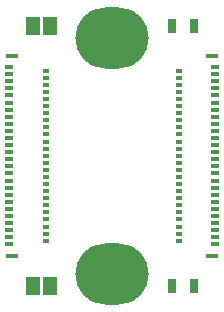
<source format=gts>
G04*
G04 #@! TF.GenerationSoftware,Altium Limited,Altium Designer,25.8.1 (18)*
G04*
G04 Layer_Color=8388736*
%FSLAX44Y44*%
%MOMM*%
G71*
G04*
G04 #@! TF.SameCoordinates,EA15CCC8-5DA6-4286-B6DC-50CED7DD3932*
G04*
G04*
G04 #@! TF.FilePolarity,Negative*
G04*
G01*
G75*
%ADD14R,1.0000X0.3500*%
%ADD15R,0.5000X0.3000*%
%ADD16R,0.6700X0.3000*%
%ADD17R,0.7000X1.3000*%
%ADD19R,1.2032X1.5532*%
%ADD20O,6.2032X5.2032*%
D14*
X65500Y65250D02*
D03*
Y234750D02*
D03*
X234500Y234750D02*
D03*
Y65250D02*
D03*
D15*
X93500Y78000D02*
D03*
Y84000D02*
D03*
Y90000D02*
D03*
Y96000D02*
D03*
Y102000D02*
D03*
Y108000D02*
D03*
Y114000D02*
D03*
Y120000D02*
D03*
Y126000D02*
D03*
Y132000D02*
D03*
Y138000D02*
D03*
Y144000D02*
D03*
Y150000D02*
D03*
Y156000D02*
D03*
Y162000D02*
D03*
Y168000D02*
D03*
Y174000D02*
D03*
Y180000D02*
D03*
Y186000D02*
D03*
Y192000D02*
D03*
Y198000D02*
D03*
Y204000D02*
D03*
Y210000D02*
D03*
Y216000D02*
D03*
Y222000D02*
D03*
X206500Y222000D02*
D03*
Y216000D02*
D03*
Y210000D02*
D03*
Y204000D02*
D03*
Y198000D02*
D03*
Y192000D02*
D03*
Y186000D02*
D03*
Y180000D02*
D03*
Y174000D02*
D03*
Y168000D02*
D03*
Y162000D02*
D03*
Y156000D02*
D03*
Y150000D02*
D03*
Y144000D02*
D03*
Y138000D02*
D03*
Y132000D02*
D03*
Y126000D02*
D03*
Y120000D02*
D03*
Y114000D02*
D03*
Y108000D02*
D03*
Y102000D02*
D03*
Y96000D02*
D03*
Y90000D02*
D03*
Y84000D02*
D03*
Y78000D02*
D03*
D16*
X62850Y75000D02*
D03*
Y81000D02*
D03*
Y87000D02*
D03*
Y93000D02*
D03*
Y99000D02*
D03*
Y105000D02*
D03*
Y111000D02*
D03*
Y117000D02*
D03*
Y123000D02*
D03*
Y129000D02*
D03*
Y135000D02*
D03*
Y141000D02*
D03*
Y147000D02*
D03*
Y153000D02*
D03*
Y159000D02*
D03*
Y165000D02*
D03*
Y171000D02*
D03*
Y177000D02*
D03*
Y183000D02*
D03*
Y189000D02*
D03*
Y195000D02*
D03*
Y201000D02*
D03*
Y207000D02*
D03*
Y213000D02*
D03*
Y219000D02*
D03*
Y225000D02*
D03*
X237150Y225000D02*
D03*
Y219000D02*
D03*
Y213000D02*
D03*
Y207000D02*
D03*
Y201000D02*
D03*
Y195000D02*
D03*
Y189000D02*
D03*
Y183000D02*
D03*
Y177000D02*
D03*
Y171000D02*
D03*
Y165000D02*
D03*
Y159000D02*
D03*
Y153000D02*
D03*
Y147000D02*
D03*
Y141000D02*
D03*
Y135000D02*
D03*
Y129000D02*
D03*
Y123000D02*
D03*
Y117000D02*
D03*
Y111000D02*
D03*
Y105000D02*
D03*
Y99000D02*
D03*
Y93000D02*
D03*
Y87000D02*
D03*
Y81000D02*
D03*
Y75000D02*
D03*
D17*
X219500Y260000D02*
D03*
X200500D02*
D03*
X219500Y40000D02*
D03*
X200500D02*
D03*
D19*
X97500Y260000D02*
D03*
X82500D02*
D03*
X97500Y40000D02*
D03*
X82500D02*
D03*
D20*
X150000Y250000D02*
D03*
Y50000D02*
D03*
M02*

</source>
